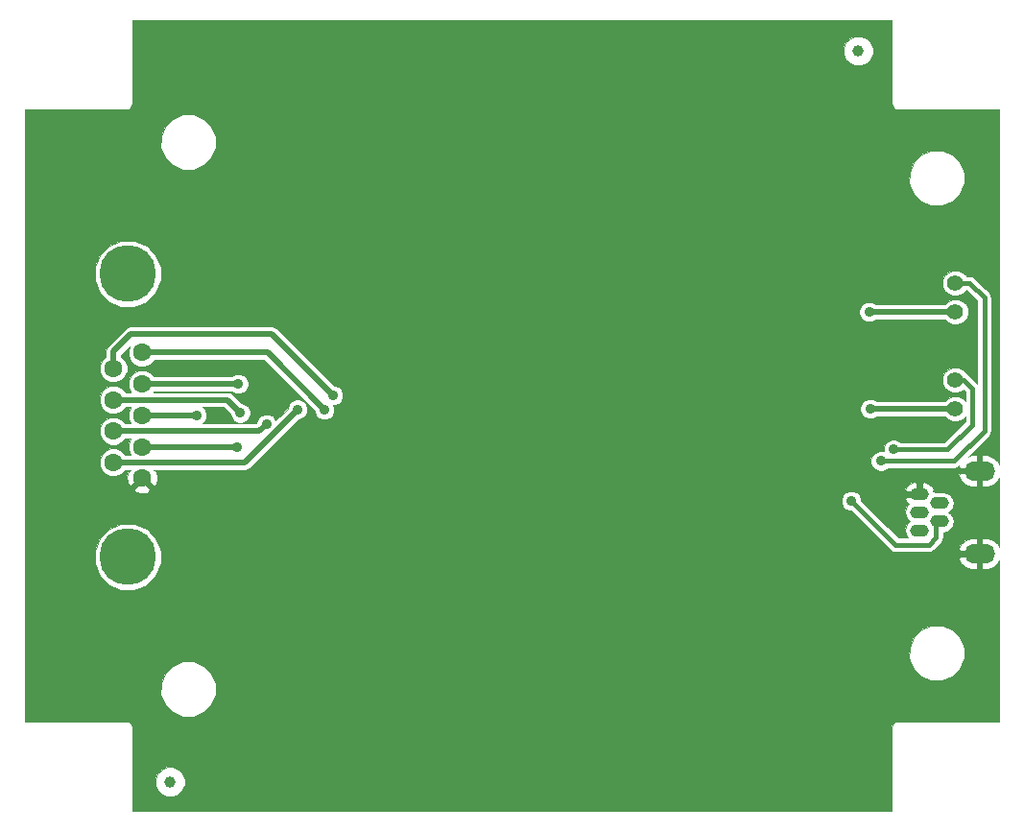
<source format=gbr>
G04 #@! TF.FileFunction,Copper,L2,Bot,Signal*
%FSLAX46Y46*%
G04 Gerber Fmt 4.6, Leading zero omitted, Abs format (unit mm)*
G04 Created by KiCad (PCBNEW no-vcs-found-product) date Thu Nov 24 16:10:56 2016*
%MOMM*%
%LPD*%
G01*
G04 APERTURE LIST*
%ADD10C,0.100000*%
%ADD11O,2.700000X1.700000*%
%ADD12O,1.650000X1.100000*%
%ADD13C,1.600000*%
%ADD14C,5.000000*%
%ADD15C,1.400000*%
%ADD16C,1.000000*%
%ADD17C,0.900000*%
%ADD18C,0.400000*%
%ADD19C,0.500000*%
%ADD20C,0.050000*%
G04 APERTURE END LIST*
D10*
D11*
X189250000Y-102904000D03*
D12*
X183925000Y-104954000D03*
X183925000Y-106554000D03*
X185675000Y-105754000D03*
X185675000Y-107354000D03*
X183925000Y-108154000D03*
D11*
X189250000Y-110204000D03*
D13*
X115370000Y-92460000D03*
X115370000Y-95230000D03*
X115370000Y-98000000D03*
X115370000Y-100770000D03*
X115370000Y-103540000D03*
X112830000Y-93845000D03*
X112830000Y-96615000D03*
X112830000Y-99385000D03*
X112830000Y-102155000D03*
D14*
X114100000Y-85505000D03*
X114100000Y-110495000D03*
D15*
X187100000Y-94881000D03*
X187100000Y-97421000D03*
X187100000Y-86328000D03*
X187100000Y-88868000D03*
D16*
X117840000Y-130330000D03*
X178550000Y-65840000D03*
D17*
X122770000Y-107300000D03*
X166520000Y-90300000D03*
X181640000Y-101010000D03*
X179590000Y-97420000D03*
X180530000Y-102030000D03*
X179490000Y-88870000D03*
X177920000Y-105550000D03*
X131450000Y-97500000D03*
X123850000Y-95230000D03*
X120190000Y-98000000D03*
X123740000Y-100840000D03*
X132210000Y-96220000D03*
X124020000Y-97780000D03*
X126330000Y-98760000D03*
X129070000Y-97480000D03*
D18*
X184200000Y-104954000D02*
X181174000Y-104954000D01*
X181174000Y-104954000D02*
X166520000Y-90300000D01*
X187821000Y-94881000D02*
X187100000Y-94881000D01*
X188610000Y-95670000D02*
X187821000Y-94881000D01*
X188610000Y-98820000D02*
X188610000Y-95670000D01*
X186420000Y-101010000D02*
X188610000Y-98820000D01*
X181640000Y-101010000D02*
X186420000Y-101010000D01*
D19*
X187100000Y-97421000D02*
X179591000Y-97421000D01*
X179591000Y-97421000D02*
X179590000Y-97420000D01*
D18*
X188358000Y-86328000D02*
X187100000Y-86328000D01*
X189660000Y-87630000D02*
X188358000Y-86328000D01*
X189660000Y-99350000D02*
X189660000Y-87630000D01*
X186980000Y-102030000D02*
X189660000Y-99350000D01*
X180530000Y-102030000D02*
X186980000Y-102030000D01*
D19*
X187100000Y-88868000D02*
X179492000Y-88868000D01*
X179492000Y-88868000D02*
X179490000Y-88870000D01*
D18*
X181800000Y-109430000D02*
X177920000Y-105550000D01*
X185400000Y-108780000D02*
X185400000Y-107354000D01*
X185400000Y-108780000D02*
X184750000Y-109430000D01*
X184750000Y-109430000D02*
X181800000Y-109430000D01*
D19*
X115370000Y-92460000D02*
X126410000Y-92460000D01*
X126410000Y-92460000D02*
X131450000Y-97500000D01*
X115370000Y-95230000D02*
X123850000Y-95230000D01*
X120190000Y-98000000D02*
X115370000Y-98000000D01*
X123670000Y-100770000D02*
X115370000Y-100770000D01*
X123740000Y-100840000D02*
X123670000Y-100770000D01*
X112830000Y-93845000D02*
X112830000Y-92380000D01*
X126820000Y-90830000D02*
X132210000Y-96220000D01*
X114380000Y-90830000D02*
X126820000Y-90830000D01*
X112830000Y-92380000D02*
X114380000Y-90830000D01*
X112830000Y-96615000D02*
X122855000Y-96615000D01*
X122855000Y-96615000D02*
X124020000Y-97780000D01*
X112830000Y-99385000D02*
X125705000Y-99385000D01*
X125705000Y-99385000D02*
X126330000Y-98760000D01*
X112830000Y-102155000D02*
X124395000Y-102155000D01*
X124395000Y-102155000D02*
X129070000Y-97480000D01*
D20*
G36*
X181500000Y-70500000D02*
X181538060Y-70691342D01*
X181646447Y-70853553D01*
X181808658Y-70961940D01*
X182000000Y-71000000D01*
X191000000Y-71000000D01*
X191000000Y-102329862D01*
X190889857Y-102087999D01*
X190490820Y-101713909D01*
X189979000Y-101521000D01*
X189479000Y-101521000D01*
X189479000Y-102675000D01*
X189499000Y-102675000D01*
X189499000Y-103133000D01*
X189479000Y-103133000D01*
X189479000Y-104287000D01*
X189979000Y-104287000D01*
X190490820Y-104094091D01*
X190889857Y-103720001D01*
X191000000Y-103478138D01*
X191000000Y-109629862D01*
X190889857Y-109387999D01*
X190490820Y-109013909D01*
X189979000Y-108821000D01*
X189479000Y-108821000D01*
X189479000Y-109975000D01*
X189499000Y-109975000D01*
X189499000Y-110433000D01*
X189479000Y-110433000D01*
X189479000Y-111587000D01*
X189979000Y-111587000D01*
X190490820Y-111394091D01*
X190889857Y-111020001D01*
X191000000Y-110778138D01*
X191000000Y-125000000D01*
X182000000Y-125000000D01*
X181808658Y-125038060D01*
X181646447Y-125146447D01*
X181538060Y-125308658D01*
X181500000Y-125500000D01*
X181500000Y-132900000D01*
X114500000Y-132900000D01*
X114500000Y-130586461D01*
X116544775Y-130586461D01*
X116741512Y-131062600D01*
X117105483Y-131427208D01*
X117581278Y-131624775D01*
X118096461Y-131625225D01*
X118572600Y-131428488D01*
X118937208Y-131064517D01*
X119134775Y-130588722D01*
X119135225Y-130073539D01*
X118938488Y-129597400D01*
X118574517Y-129232792D01*
X118098722Y-129035225D01*
X117583539Y-129034775D01*
X117107400Y-129231512D01*
X116742792Y-129595483D01*
X116545225Y-130071278D01*
X116544775Y-130586461D01*
X114500000Y-130586461D01*
X114500000Y-125500000D01*
X114461940Y-125308658D01*
X114353553Y-125146447D01*
X114191342Y-125038060D01*
X114000000Y-125000000D01*
X105000000Y-125000000D01*
X105000000Y-122610246D01*
X117004580Y-122610246D01*
X117372986Y-123501858D01*
X118054554Y-124184617D01*
X118945521Y-124554579D01*
X119910246Y-124555420D01*
X120801858Y-124187014D01*
X121484617Y-123505446D01*
X121854579Y-122614479D01*
X121855420Y-121649754D01*
X121487014Y-120758142D01*
X120805446Y-120075383D01*
X119914479Y-119705421D01*
X118949754Y-119704580D01*
X118058142Y-120072986D01*
X117375383Y-120754554D01*
X117005421Y-121645521D01*
X117004580Y-122610246D01*
X105000000Y-122610246D01*
X105000000Y-119435246D01*
X183044580Y-119435246D01*
X183412986Y-120326858D01*
X184094554Y-121009617D01*
X184985521Y-121379579D01*
X185950246Y-121380420D01*
X186841858Y-121012014D01*
X187524617Y-120330446D01*
X187894579Y-119439479D01*
X187895420Y-118474754D01*
X187527014Y-117583142D01*
X186845446Y-116900383D01*
X185954479Y-116530421D01*
X184989754Y-116529580D01*
X184098142Y-116897986D01*
X183415383Y-117579554D01*
X183045421Y-118470521D01*
X183044580Y-119435246D01*
X105000000Y-119435246D01*
X105000000Y-111074266D01*
X111174494Y-111074266D01*
X111618860Y-112149715D01*
X112440957Y-112973248D01*
X113515629Y-113419491D01*
X114679266Y-113420506D01*
X115754715Y-112976140D01*
X116578248Y-112154043D01*
X117024491Y-111079371D01*
X117024871Y-110643543D01*
X187438706Y-110643543D01*
X187610143Y-111020001D01*
X188009180Y-111394091D01*
X188521000Y-111587000D01*
X189021000Y-111587000D01*
X189021000Y-110433000D01*
X187521410Y-110433000D01*
X187438706Y-110643543D01*
X117024871Y-110643543D01*
X117025506Y-109915734D01*
X116581140Y-108840285D01*
X115759043Y-108016752D01*
X114684371Y-107570509D01*
X113520734Y-107569494D01*
X112445285Y-108013860D01*
X111621752Y-108835957D01*
X111175509Y-109910629D01*
X111174494Y-111074266D01*
X105000000Y-111074266D01*
X105000000Y-105723285D01*
X177044849Y-105723285D01*
X177177779Y-106045000D01*
X177423705Y-106291356D01*
X177745188Y-106424848D01*
X177911109Y-106424992D01*
X181358056Y-109871939D01*
X181358058Y-109871942D01*
X181560823Y-110007425D01*
X181800000Y-110055001D01*
X181800005Y-110055000D01*
X184750000Y-110055000D01*
X184989177Y-110007425D01*
X185191942Y-109871942D01*
X185299427Y-109764457D01*
X187438706Y-109764457D01*
X187521410Y-109975000D01*
X189021000Y-109975000D01*
X189021000Y-108821000D01*
X188521000Y-108821000D01*
X188009180Y-109013909D01*
X187610143Y-109387999D01*
X187438706Y-109764457D01*
X185299427Y-109764457D01*
X185841942Y-109221942D01*
X185977425Y-109019177D01*
X186025001Y-108780000D01*
X186025000Y-108779995D01*
X186025000Y-108318953D01*
X186347605Y-108254783D01*
X186663918Y-108043429D01*
X186875272Y-107727116D01*
X186949489Y-107354000D01*
X186875272Y-106980884D01*
X186663918Y-106664571D01*
X186498437Y-106554000D01*
X186663918Y-106443429D01*
X186875272Y-106127116D01*
X186949489Y-105754000D01*
X186875272Y-105380884D01*
X186663918Y-105064571D01*
X186347605Y-104853217D01*
X185974489Y-104779000D01*
X185375511Y-104779000D01*
X185283000Y-104797401D01*
X185283000Y-104724998D01*
X185121730Y-104724998D01*
X185209656Y-104562232D01*
X185053049Y-104277364D01*
X184729177Y-104002422D01*
X184324743Y-103872349D01*
X184154000Y-103999402D01*
X184154000Y-104725000D01*
X184174000Y-104725000D01*
X184174000Y-105183000D01*
X184154000Y-105183000D01*
X184154000Y-105203000D01*
X183696000Y-105203000D01*
X183696000Y-105183000D01*
X182728271Y-105183000D01*
X182640344Y-105345768D01*
X182796951Y-105630636D01*
X183012427Y-105813559D01*
X182936082Y-105864571D01*
X182724728Y-106180884D01*
X182650511Y-106554000D01*
X182724728Y-106927116D01*
X182936082Y-107243429D01*
X183101563Y-107354000D01*
X182936082Y-107464571D01*
X182724728Y-107780884D01*
X182650511Y-108154000D01*
X182724728Y-108527116D01*
X182910405Y-108805000D01*
X182058883Y-108805000D01*
X178795008Y-105541124D01*
X178795151Y-105376715D01*
X178662221Y-105055000D01*
X178416295Y-104808644D01*
X178094812Y-104675152D01*
X177746715Y-104674849D01*
X177425000Y-104807779D01*
X177178644Y-105053705D01*
X177045152Y-105375188D01*
X177044849Y-105723285D01*
X105000000Y-105723285D01*
X105000000Y-104553486D01*
X114680369Y-104553486D01*
X114767818Y-104758430D01*
X115279929Y-104896128D01*
X115805752Y-104827368D01*
X115972182Y-104758430D01*
X116055899Y-104562232D01*
X182640344Y-104562232D01*
X182728271Y-104725000D01*
X183696000Y-104725000D01*
X183696000Y-103999402D01*
X183525257Y-103872349D01*
X183120823Y-104002422D01*
X182796951Y-104277364D01*
X182640344Y-104562232D01*
X116055899Y-104562232D01*
X116059631Y-104553486D01*
X115370000Y-103863855D01*
X114680369Y-104553486D01*
X105000000Y-104553486D01*
X105000000Y-96857599D01*
X111604788Y-96857599D01*
X111790890Y-97308000D01*
X112135187Y-97652899D01*
X112585263Y-97839787D01*
X113072599Y-97840212D01*
X113523000Y-97654110D01*
X113867899Y-97309813D01*
X113876126Y-97290000D01*
X114347315Y-97290000D01*
X114332101Y-97305187D01*
X114145213Y-97755263D01*
X114144788Y-98242599D01*
X114330890Y-98693000D01*
X114347860Y-98710000D01*
X113876547Y-98710000D01*
X113869110Y-98692000D01*
X113524813Y-98347101D01*
X113074737Y-98160213D01*
X112587401Y-98159788D01*
X112137000Y-98345890D01*
X111792101Y-98690187D01*
X111605213Y-99140263D01*
X111604788Y-99627599D01*
X111790890Y-100078000D01*
X112135187Y-100422899D01*
X112585263Y-100609787D01*
X113072599Y-100610212D01*
X113523000Y-100424110D01*
X113867899Y-100079813D01*
X113876126Y-100060000D01*
X114347315Y-100060000D01*
X114332101Y-100075187D01*
X114145213Y-100525263D01*
X114144788Y-101012599D01*
X114330890Y-101463000D01*
X114347860Y-101480000D01*
X113876547Y-101480000D01*
X113869110Y-101462000D01*
X113524813Y-101117101D01*
X113074737Y-100930213D01*
X112587401Y-100929788D01*
X112137000Y-101115890D01*
X111792101Y-101460187D01*
X111605213Y-101910263D01*
X111604788Y-102397599D01*
X111790890Y-102848000D01*
X112135187Y-103192899D01*
X112585263Y-103379787D01*
X113072599Y-103380212D01*
X113523000Y-103194110D01*
X113867899Y-102849813D01*
X113876126Y-102830000D01*
X114336142Y-102830000D01*
X114356512Y-102850370D01*
X114151570Y-102937818D01*
X114013872Y-103449929D01*
X114082632Y-103975752D01*
X114151570Y-104142182D01*
X114356514Y-104229631D01*
X115046145Y-103540000D01*
X115032003Y-103525858D01*
X115355858Y-103202003D01*
X115370000Y-103216145D01*
X115384142Y-103202003D01*
X115707997Y-103525858D01*
X115693855Y-103540000D01*
X116383486Y-104229631D01*
X116588430Y-104142182D01*
X116726128Y-103630071D01*
X116688660Y-103343543D01*
X187438706Y-103343543D01*
X187610143Y-103720001D01*
X188009180Y-104094091D01*
X188521000Y-104287000D01*
X189021000Y-104287000D01*
X189021000Y-103133000D01*
X187521410Y-103133000D01*
X187438706Y-103343543D01*
X116688660Y-103343543D01*
X116657368Y-103104248D01*
X116588430Y-102937818D01*
X116383488Y-102850370D01*
X116403858Y-102830000D01*
X124395000Y-102830000D01*
X124653312Y-102778619D01*
X124872297Y-102632297D01*
X129149525Y-98355069D01*
X129243285Y-98355151D01*
X129565000Y-98222221D01*
X129811356Y-97976295D01*
X129944848Y-97654812D01*
X129945151Y-97306715D01*
X129812221Y-96985000D01*
X129566295Y-96738644D01*
X129244812Y-96605152D01*
X128896715Y-96604849D01*
X128575000Y-96737779D01*
X128328644Y-96983705D01*
X128195152Y-97305188D01*
X128195069Y-97400337D01*
X127147710Y-98447696D01*
X127072221Y-98265000D01*
X126826295Y-98018644D01*
X126504812Y-97885152D01*
X126156715Y-97884849D01*
X125835000Y-98017779D01*
X125588644Y-98263705D01*
X125455152Y-98585188D01*
X125455069Y-98680337D01*
X125425406Y-98710000D01*
X120717277Y-98710000D01*
X120931356Y-98496295D01*
X121064848Y-98174812D01*
X121065151Y-97826715D01*
X120932221Y-97505000D01*
X120717596Y-97290000D01*
X122575406Y-97290000D01*
X123144931Y-97859525D01*
X123144849Y-97953285D01*
X123277779Y-98275000D01*
X123523705Y-98521356D01*
X123845188Y-98654848D01*
X124193285Y-98655151D01*
X124515000Y-98522221D01*
X124761356Y-98276295D01*
X124894848Y-97954812D01*
X124895151Y-97606715D01*
X124762221Y-97285000D01*
X124516295Y-97038644D01*
X124194812Y-96905152D01*
X124099663Y-96905069D01*
X123332297Y-96137703D01*
X123113312Y-95991381D01*
X122855000Y-95940000D01*
X116392685Y-95940000D01*
X116407899Y-95924813D01*
X116416126Y-95905000D01*
X123287465Y-95905000D01*
X123353705Y-95971356D01*
X123675188Y-96104848D01*
X124023285Y-96105151D01*
X124345000Y-95972221D01*
X124591356Y-95726295D01*
X124724848Y-95404812D01*
X124725151Y-95056715D01*
X124592221Y-94735000D01*
X124346295Y-94488644D01*
X124024812Y-94355152D01*
X123676715Y-94354849D01*
X123355000Y-94487779D01*
X123287661Y-94555000D01*
X116416547Y-94555000D01*
X116409110Y-94537000D01*
X116064813Y-94192101D01*
X115614737Y-94005213D01*
X115127401Y-94004788D01*
X114677000Y-94190890D01*
X114332101Y-94535187D01*
X114145213Y-94985263D01*
X114144788Y-95472599D01*
X114330890Y-95923000D01*
X114347860Y-95940000D01*
X113876547Y-95940000D01*
X113869110Y-95922000D01*
X113524813Y-95577101D01*
X113074737Y-95390213D01*
X112587401Y-95389788D01*
X112137000Y-95575890D01*
X111792101Y-95920187D01*
X111605213Y-96370263D01*
X111604788Y-96857599D01*
X105000000Y-96857599D01*
X105000000Y-94087599D01*
X111604788Y-94087599D01*
X111790890Y-94538000D01*
X112135187Y-94882899D01*
X112585263Y-95069787D01*
X113072599Y-95070212D01*
X113523000Y-94884110D01*
X113867899Y-94539813D01*
X114054787Y-94089737D01*
X114055212Y-93602401D01*
X113869110Y-93152000D01*
X113524813Y-92807101D01*
X113505000Y-92798874D01*
X113505000Y-92659594D01*
X114284307Y-91880287D01*
X114145213Y-92215263D01*
X114144788Y-92702599D01*
X114330890Y-93153000D01*
X114675187Y-93497899D01*
X115125263Y-93684787D01*
X115612599Y-93685212D01*
X116063000Y-93499110D01*
X116407899Y-93154813D01*
X116416126Y-93135000D01*
X126130406Y-93135000D01*
X130574931Y-97579525D01*
X130574849Y-97673285D01*
X130707779Y-97995000D01*
X130953705Y-98241356D01*
X131275188Y-98374848D01*
X131623285Y-98375151D01*
X131945000Y-98242221D01*
X132191356Y-97996295D01*
X132324848Y-97674812D01*
X132324918Y-97593285D01*
X178714849Y-97593285D01*
X178847779Y-97915000D01*
X179093705Y-98161356D01*
X179415188Y-98294848D01*
X179763285Y-98295151D01*
X180085000Y-98162221D01*
X180151337Y-98096000D01*
X186184219Y-98096000D01*
X186461907Y-98374172D01*
X186875242Y-98545804D01*
X187322795Y-98546195D01*
X187736429Y-98375285D01*
X187985000Y-98127146D01*
X187985000Y-98561116D01*
X186161116Y-100385000D01*
X182252448Y-100385000D01*
X182136295Y-100268644D01*
X181814812Y-100135152D01*
X181466715Y-100134849D01*
X181145000Y-100267779D01*
X180898644Y-100513705D01*
X180765152Y-100835188D01*
X180764852Y-101180083D01*
X180704812Y-101155152D01*
X180356715Y-101154849D01*
X180035000Y-101287779D01*
X179788644Y-101533705D01*
X179655152Y-101855188D01*
X179654849Y-102203285D01*
X179787779Y-102525000D01*
X180033705Y-102771356D01*
X180355188Y-102904848D01*
X180703285Y-102905151D01*
X181025000Y-102772221D01*
X181142426Y-102655000D01*
X186980000Y-102655000D01*
X187219177Y-102607425D01*
X187421942Y-102471942D01*
X187446465Y-102447419D01*
X187438706Y-102464457D01*
X187521410Y-102675000D01*
X189021000Y-102675000D01*
X189021000Y-101521000D01*
X188521000Y-101521000D01*
X188283288Y-101610595D01*
X190101939Y-99791944D01*
X190101942Y-99791942D01*
X190201254Y-99643311D01*
X190237425Y-99589178D01*
X190285000Y-99350000D01*
X190285000Y-87630000D01*
X190237425Y-87390823D01*
X190101942Y-87188058D01*
X188799942Y-85886058D01*
X188597177Y-85750575D01*
X188358000Y-85703000D01*
X188059007Y-85703000D01*
X188054285Y-85691571D01*
X187738093Y-85374828D01*
X187324758Y-85203196D01*
X186877205Y-85202805D01*
X186463571Y-85373715D01*
X186146828Y-85689907D01*
X185975196Y-86103242D01*
X185974805Y-86550795D01*
X186145715Y-86964429D01*
X186461907Y-87281172D01*
X186875242Y-87452804D01*
X187322795Y-87453195D01*
X187736429Y-87282285D01*
X188053172Y-86966093D01*
X188058609Y-86953000D01*
X188099116Y-86953000D01*
X189035000Y-87888884D01*
X189035000Y-95211117D01*
X188262942Y-94439058D01*
X188085716Y-94320639D01*
X188054285Y-94244571D01*
X187738093Y-93927828D01*
X187324758Y-93756196D01*
X186877205Y-93755805D01*
X186463571Y-93926715D01*
X186146828Y-94242907D01*
X185975196Y-94656242D01*
X185974805Y-95103795D01*
X186145715Y-95517429D01*
X186461907Y-95834172D01*
X186875242Y-96005804D01*
X187322795Y-96006195D01*
X187736429Y-95835285D01*
X187813983Y-95757866D01*
X187985000Y-95928883D01*
X187985000Y-96715165D01*
X187738093Y-96467828D01*
X187324758Y-96296196D01*
X186877205Y-96295805D01*
X186463571Y-96466715D01*
X186183799Y-96746000D01*
X180153533Y-96746000D01*
X180086295Y-96678644D01*
X179764812Y-96545152D01*
X179416715Y-96544849D01*
X179095000Y-96677779D01*
X178848644Y-96923705D01*
X178715152Y-97245188D01*
X178714849Y-97593285D01*
X132324918Y-97593285D01*
X132325151Y-97326715D01*
X132229415Y-97095017D01*
X132383285Y-97095151D01*
X132705000Y-96962221D01*
X132951356Y-96716295D01*
X133084848Y-96394812D01*
X133085151Y-96046715D01*
X132952221Y-95725000D01*
X132706295Y-95478644D01*
X132384812Y-95345152D01*
X132289663Y-95345069D01*
X127297297Y-90352703D01*
X127078312Y-90206381D01*
X126820000Y-90155000D01*
X114380000Y-90155000D01*
X114121688Y-90206381D01*
X113902703Y-90352703D01*
X112352703Y-91902703D01*
X112206381Y-92121688D01*
X112206381Y-92121689D01*
X112155000Y-92380000D01*
X112155000Y-92798453D01*
X112137000Y-92805890D01*
X111792101Y-93150187D01*
X111605213Y-93600263D01*
X111604788Y-94087599D01*
X105000000Y-94087599D01*
X105000000Y-89043285D01*
X178614849Y-89043285D01*
X178747779Y-89365000D01*
X178993705Y-89611356D01*
X179315188Y-89744848D01*
X179663285Y-89745151D01*
X179985000Y-89612221D01*
X180054342Y-89543000D01*
X186184219Y-89543000D01*
X186461907Y-89821172D01*
X186875242Y-89992804D01*
X187322795Y-89993195D01*
X187736429Y-89822285D01*
X188053172Y-89506093D01*
X188224804Y-89092758D01*
X188225195Y-88645205D01*
X188054285Y-88231571D01*
X187738093Y-87914828D01*
X187324758Y-87743196D01*
X186877205Y-87742805D01*
X186463571Y-87913715D01*
X186183799Y-88193000D01*
X180050539Y-88193000D01*
X179986295Y-88128644D01*
X179664812Y-87995152D01*
X179316715Y-87994849D01*
X178995000Y-88127779D01*
X178748644Y-88373705D01*
X178615152Y-88695188D01*
X178614849Y-89043285D01*
X105000000Y-89043285D01*
X105000000Y-86084266D01*
X111174494Y-86084266D01*
X111618860Y-87159715D01*
X112440957Y-87983248D01*
X113515629Y-88429491D01*
X114679266Y-88430506D01*
X115754715Y-87986140D01*
X116578248Y-87164043D01*
X117024491Y-86089371D01*
X117025506Y-84925734D01*
X116581140Y-83850285D01*
X115759043Y-83026752D01*
X114684371Y-82580509D01*
X113520734Y-82579494D01*
X112445285Y-83023860D01*
X111621752Y-83845957D01*
X111175509Y-84920629D01*
X111174494Y-86084266D01*
X105000000Y-86084266D01*
X105000000Y-77525246D01*
X183044580Y-77525246D01*
X183412986Y-78416858D01*
X184094554Y-79099617D01*
X184985521Y-79469579D01*
X185950246Y-79470420D01*
X186841858Y-79102014D01*
X187524617Y-78420446D01*
X187894579Y-77529479D01*
X187895420Y-76564754D01*
X187527014Y-75673142D01*
X186845446Y-74990383D01*
X185954479Y-74620421D01*
X184989754Y-74619580D01*
X184098142Y-74987986D01*
X183415383Y-75669554D01*
X183045421Y-76560521D01*
X183044580Y-77525246D01*
X105000000Y-77525246D01*
X105000000Y-74350246D01*
X117004580Y-74350246D01*
X117372986Y-75241858D01*
X118054554Y-75924617D01*
X118945521Y-76294579D01*
X119910246Y-76295420D01*
X120801858Y-75927014D01*
X121484617Y-75245446D01*
X121854579Y-74354479D01*
X121855420Y-73389754D01*
X121487014Y-72498142D01*
X120805446Y-71815383D01*
X119914479Y-71445421D01*
X118949754Y-71444580D01*
X118058142Y-71812986D01*
X117375383Y-72494554D01*
X117005421Y-73385521D01*
X117004580Y-74350246D01*
X105000000Y-74350246D01*
X105000000Y-71000000D01*
X114000000Y-71000000D01*
X114191342Y-70961940D01*
X114353553Y-70853553D01*
X114461940Y-70691342D01*
X114500000Y-70500000D01*
X114500000Y-66096461D01*
X177254775Y-66096461D01*
X177451512Y-66572600D01*
X177815483Y-66937208D01*
X178291278Y-67134775D01*
X178806461Y-67135225D01*
X179282600Y-66938488D01*
X179647208Y-66574517D01*
X179844775Y-66098722D01*
X179845225Y-65583539D01*
X179648488Y-65107400D01*
X179284517Y-64742792D01*
X178808722Y-64545225D01*
X178293539Y-64544775D01*
X177817400Y-64741512D01*
X177452792Y-65105483D01*
X177255225Y-65581278D01*
X177254775Y-66096461D01*
X114500000Y-66096461D01*
X114500000Y-63100000D01*
X181500000Y-63100000D01*
X181500000Y-70500000D01*
X181500000Y-70500000D01*
G37*
X181500000Y-70500000D02*
X181538060Y-70691342D01*
X181646447Y-70853553D01*
X181808658Y-70961940D01*
X182000000Y-71000000D01*
X191000000Y-71000000D01*
X191000000Y-102329862D01*
X190889857Y-102087999D01*
X190490820Y-101713909D01*
X189979000Y-101521000D01*
X189479000Y-101521000D01*
X189479000Y-102675000D01*
X189499000Y-102675000D01*
X189499000Y-103133000D01*
X189479000Y-103133000D01*
X189479000Y-104287000D01*
X189979000Y-104287000D01*
X190490820Y-104094091D01*
X190889857Y-103720001D01*
X191000000Y-103478138D01*
X191000000Y-109629862D01*
X190889857Y-109387999D01*
X190490820Y-109013909D01*
X189979000Y-108821000D01*
X189479000Y-108821000D01*
X189479000Y-109975000D01*
X189499000Y-109975000D01*
X189499000Y-110433000D01*
X189479000Y-110433000D01*
X189479000Y-111587000D01*
X189979000Y-111587000D01*
X190490820Y-111394091D01*
X190889857Y-111020001D01*
X191000000Y-110778138D01*
X191000000Y-125000000D01*
X182000000Y-125000000D01*
X181808658Y-125038060D01*
X181646447Y-125146447D01*
X181538060Y-125308658D01*
X181500000Y-125500000D01*
X181500000Y-132900000D01*
X114500000Y-132900000D01*
X114500000Y-130586461D01*
X116544775Y-130586461D01*
X116741512Y-131062600D01*
X117105483Y-131427208D01*
X117581278Y-131624775D01*
X118096461Y-131625225D01*
X118572600Y-131428488D01*
X118937208Y-131064517D01*
X119134775Y-130588722D01*
X119135225Y-130073539D01*
X118938488Y-129597400D01*
X118574517Y-129232792D01*
X118098722Y-129035225D01*
X117583539Y-129034775D01*
X117107400Y-129231512D01*
X116742792Y-129595483D01*
X116545225Y-130071278D01*
X116544775Y-130586461D01*
X114500000Y-130586461D01*
X114500000Y-125500000D01*
X114461940Y-125308658D01*
X114353553Y-125146447D01*
X114191342Y-125038060D01*
X114000000Y-125000000D01*
X105000000Y-125000000D01*
X105000000Y-122610246D01*
X117004580Y-122610246D01*
X117372986Y-123501858D01*
X118054554Y-124184617D01*
X118945521Y-124554579D01*
X119910246Y-124555420D01*
X120801858Y-124187014D01*
X121484617Y-123505446D01*
X121854579Y-122614479D01*
X121855420Y-121649754D01*
X121487014Y-120758142D01*
X120805446Y-120075383D01*
X119914479Y-119705421D01*
X118949754Y-119704580D01*
X118058142Y-120072986D01*
X117375383Y-120754554D01*
X117005421Y-121645521D01*
X117004580Y-122610246D01*
X105000000Y-122610246D01*
X105000000Y-119435246D01*
X183044580Y-119435246D01*
X183412986Y-120326858D01*
X184094554Y-121009617D01*
X184985521Y-121379579D01*
X185950246Y-121380420D01*
X186841858Y-121012014D01*
X187524617Y-120330446D01*
X187894579Y-119439479D01*
X187895420Y-118474754D01*
X187527014Y-117583142D01*
X186845446Y-116900383D01*
X185954479Y-116530421D01*
X184989754Y-116529580D01*
X184098142Y-116897986D01*
X183415383Y-117579554D01*
X183045421Y-118470521D01*
X183044580Y-119435246D01*
X105000000Y-119435246D01*
X105000000Y-111074266D01*
X111174494Y-111074266D01*
X111618860Y-112149715D01*
X112440957Y-112973248D01*
X113515629Y-113419491D01*
X114679266Y-113420506D01*
X115754715Y-112976140D01*
X116578248Y-112154043D01*
X117024491Y-111079371D01*
X117024871Y-110643543D01*
X187438706Y-110643543D01*
X187610143Y-111020001D01*
X188009180Y-111394091D01*
X188521000Y-111587000D01*
X189021000Y-111587000D01*
X189021000Y-110433000D01*
X187521410Y-110433000D01*
X187438706Y-110643543D01*
X117024871Y-110643543D01*
X117025506Y-109915734D01*
X116581140Y-108840285D01*
X115759043Y-108016752D01*
X114684371Y-107570509D01*
X113520734Y-107569494D01*
X112445285Y-108013860D01*
X111621752Y-108835957D01*
X111175509Y-109910629D01*
X111174494Y-111074266D01*
X105000000Y-111074266D01*
X105000000Y-105723285D01*
X177044849Y-105723285D01*
X177177779Y-106045000D01*
X177423705Y-106291356D01*
X177745188Y-106424848D01*
X177911109Y-106424992D01*
X181358056Y-109871939D01*
X181358058Y-109871942D01*
X181560823Y-110007425D01*
X181800000Y-110055001D01*
X181800005Y-110055000D01*
X184750000Y-110055000D01*
X184989177Y-110007425D01*
X185191942Y-109871942D01*
X185299427Y-109764457D01*
X187438706Y-109764457D01*
X187521410Y-109975000D01*
X189021000Y-109975000D01*
X189021000Y-108821000D01*
X188521000Y-108821000D01*
X188009180Y-109013909D01*
X187610143Y-109387999D01*
X187438706Y-109764457D01*
X185299427Y-109764457D01*
X185841942Y-109221942D01*
X185977425Y-109019177D01*
X186025001Y-108780000D01*
X186025000Y-108779995D01*
X186025000Y-108318953D01*
X186347605Y-108254783D01*
X186663918Y-108043429D01*
X186875272Y-107727116D01*
X186949489Y-107354000D01*
X186875272Y-106980884D01*
X186663918Y-106664571D01*
X186498437Y-106554000D01*
X186663918Y-106443429D01*
X186875272Y-106127116D01*
X186949489Y-105754000D01*
X186875272Y-105380884D01*
X186663918Y-105064571D01*
X186347605Y-104853217D01*
X185974489Y-104779000D01*
X185375511Y-104779000D01*
X185283000Y-104797401D01*
X185283000Y-104724998D01*
X185121730Y-104724998D01*
X185209656Y-104562232D01*
X185053049Y-104277364D01*
X184729177Y-104002422D01*
X184324743Y-103872349D01*
X184154000Y-103999402D01*
X184154000Y-104725000D01*
X184174000Y-104725000D01*
X184174000Y-105183000D01*
X184154000Y-105183000D01*
X184154000Y-105203000D01*
X183696000Y-105203000D01*
X183696000Y-105183000D01*
X182728271Y-105183000D01*
X182640344Y-105345768D01*
X182796951Y-105630636D01*
X183012427Y-105813559D01*
X182936082Y-105864571D01*
X182724728Y-106180884D01*
X182650511Y-106554000D01*
X182724728Y-106927116D01*
X182936082Y-107243429D01*
X183101563Y-107354000D01*
X182936082Y-107464571D01*
X182724728Y-107780884D01*
X182650511Y-108154000D01*
X182724728Y-108527116D01*
X182910405Y-108805000D01*
X182058883Y-108805000D01*
X178795008Y-105541124D01*
X178795151Y-105376715D01*
X178662221Y-105055000D01*
X178416295Y-104808644D01*
X178094812Y-104675152D01*
X177746715Y-104674849D01*
X177425000Y-104807779D01*
X177178644Y-105053705D01*
X177045152Y-105375188D01*
X177044849Y-105723285D01*
X105000000Y-105723285D01*
X105000000Y-104553486D01*
X114680369Y-104553486D01*
X114767818Y-104758430D01*
X115279929Y-104896128D01*
X115805752Y-104827368D01*
X115972182Y-104758430D01*
X116055899Y-104562232D01*
X182640344Y-104562232D01*
X182728271Y-104725000D01*
X183696000Y-104725000D01*
X183696000Y-103999402D01*
X183525257Y-103872349D01*
X183120823Y-104002422D01*
X182796951Y-104277364D01*
X182640344Y-104562232D01*
X116055899Y-104562232D01*
X116059631Y-104553486D01*
X115370000Y-103863855D01*
X114680369Y-104553486D01*
X105000000Y-104553486D01*
X105000000Y-96857599D01*
X111604788Y-96857599D01*
X111790890Y-97308000D01*
X112135187Y-97652899D01*
X112585263Y-97839787D01*
X113072599Y-97840212D01*
X113523000Y-97654110D01*
X113867899Y-97309813D01*
X113876126Y-97290000D01*
X114347315Y-97290000D01*
X114332101Y-97305187D01*
X114145213Y-97755263D01*
X114144788Y-98242599D01*
X114330890Y-98693000D01*
X114347860Y-98710000D01*
X113876547Y-98710000D01*
X113869110Y-98692000D01*
X113524813Y-98347101D01*
X113074737Y-98160213D01*
X112587401Y-98159788D01*
X112137000Y-98345890D01*
X111792101Y-98690187D01*
X111605213Y-99140263D01*
X111604788Y-99627599D01*
X111790890Y-100078000D01*
X112135187Y-100422899D01*
X112585263Y-100609787D01*
X113072599Y-100610212D01*
X113523000Y-100424110D01*
X113867899Y-100079813D01*
X113876126Y-100060000D01*
X114347315Y-100060000D01*
X114332101Y-100075187D01*
X114145213Y-100525263D01*
X114144788Y-101012599D01*
X114330890Y-101463000D01*
X114347860Y-101480000D01*
X113876547Y-101480000D01*
X113869110Y-101462000D01*
X113524813Y-101117101D01*
X113074737Y-100930213D01*
X112587401Y-100929788D01*
X112137000Y-101115890D01*
X111792101Y-101460187D01*
X111605213Y-101910263D01*
X111604788Y-102397599D01*
X111790890Y-102848000D01*
X112135187Y-103192899D01*
X112585263Y-103379787D01*
X113072599Y-103380212D01*
X113523000Y-103194110D01*
X113867899Y-102849813D01*
X113876126Y-102830000D01*
X114336142Y-102830000D01*
X114356512Y-102850370D01*
X114151570Y-102937818D01*
X114013872Y-103449929D01*
X114082632Y-103975752D01*
X114151570Y-104142182D01*
X114356514Y-104229631D01*
X115046145Y-103540000D01*
X115032003Y-103525858D01*
X115355858Y-103202003D01*
X115370000Y-103216145D01*
X115384142Y-103202003D01*
X115707997Y-103525858D01*
X115693855Y-103540000D01*
X116383486Y-104229631D01*
X116588430Y-104142182D01*
X116726128Y-103630071D01*
X116688660Y-103343543D01*
X187438706Y-103343543D01*
X187610143Y-103720001D01*
X188009180Y-104094091D01*
X188521000Y-104287000D01*
X189021000Y-104287000D01*
X189021000Y-103133000D01*
X187521410Y-103133000D01*
X187438706Y-103343543D01*
X116688660Y-103343543D01*
X116657368Y-103104248D01*
X116588430Y-102937818D01*
X116383488Y-102850370D01*
X116403858Y-102830000D01*
X124395000Y-102830000D01*
X124653312Y-102778619D01*
X124872297Y-102632297D01*
X129149525Y-98355069D01*
X129243285Y-98355151D01*
X129565000Y-98222221D01*
X129811356Y-97976295D01*
X129944848Y-97654812D01*
X129945151Y-97306715D01*
X129812221Y-96985000D01*
X129566295Y-96738644D01*
X129244812Y-96605152D01*
X128896715Y-96604849D01*
X128575000Y-96737779D01*
X128328644Y-96983705D01*
X128195152Y-97305188D01*
X128195069Y-97400337D01*
X127147710Y-98447696D01*
X127072221Y-98265000D01*
X126826295Y-98018644D01*
X126504812Y-97885152D01*
X126156715Y-97884849D01*
X125835000Y-98017779D01*
X125588644Y-98263705D01*
X125455152Y-98585188D01*
X125455069Y-98680337D01*
X125425406Y-98710000D01*
X120717277Y-98710000D01*
X120931356Y-98496295D01*
X121064848Y-98174812D01*
X121065151Y-97826715D01*
X120932221Y-97505000D01*
X120717596Y-97290000D01*
X122575406Y-97290000D01*
X123144931Y-97859525D01*
X123144849Y-97953285D01*
X123277779Y-98275000D01*
X123523705Y-98521356D01*
X123845188Y-98654848D01*
X124193285Y-98655151D01*
X124515000Y-98522221D01*
X124761356Y-98276295D01*
X124894848Y-97954812D01*
X124895151Y-97606715D01*
X124762221Y-97285000D01*
X124516295Y-97038644D01*
X124194812Y-96905152D01*
X124099663Y-96905069D01*
X123332297Y-96137703D01*
X123113312Y-95991381D01*
X122855000Y-95940000D01*
X116392685Y-95940000D01*
X116407899Y-95924813D01*
X116416126Y-95905000D01*
X123287465Y-95905000D01*
X123353705Y-95971356D01*
X123675188Y-96104848D01*
X124023285Y-96105151D01*
X124345000Y-95972221D01*
X124591356Y-95726295D01*
X124724848Y-95404812D01*
X124725151Y-95056715D01*
X124592221Y-94735000D01*
X124346295Y-94488644D01*
X124024812Y-94355152D01*
X123676715Y-94354849D01*
X123355000Y-94487779D01*
X123287661Y-94555000D01*
X116416547Y-94555000D01*
X116409110Y-94537000D01*
X116064813Y-94192101D01*
X115614737Y-94005213D01*
X115127401Y-94004788D01*
X114677000Y-94190890D01*
X114332101Y-94535187D01*
X114145213Y-94985263D01*
X114144788Y-95472599D01*
X114330890Y-95923000D01*
X114347860Y-95940000D01*
X113876547Y-95940000D01*
X113869110Y-95922000D01*
X113524813Y-95577101D01*
X113074737Y-95390213D01*
X112587401Y-95389788D01*
X112137000Y-95575890D01*
X111792101Y-95920187D01*
X111605213Y-96370263D01*
X111604788Y-96857599D01*
X105000000Y-96857599D01*
X105000000Y-94087599D01*
X111604788Y-94087599D01*
X111790890Y-94538000D01*
X112135187Y-94882899D01*
X112585263Y-95069787D01*
X113072599Y-95070212D01*
X113523000Y-94884110D01*
X113867899Y-94539813D01*
X114054787Y-94089737D01*
X114055212Y-93602401D01*
X113869110Y-93152000D01*
X113524813Y-92807101D01*
X113505000Y-92798874D01*
X113505000Y-92659594D01*
X114284307Y-91880287D01*
X114145213Y-92215263D01*
X114144788Y-92702599D01*
X114330890Y-93153000D01*
X114675187Y-93497899D01*
X115125263Y-93684787D01*
X115612599Y-93685212D01*
X116063000Y-93499110D01*
X116407899Y-93154813D01*
X116416126Y-93135000D01*
X126130406Y-93135000D01*
X130574931Y-97579525D01*
X130574849Y-97673285D01*
X130707779Y-97995000D01*
X130953705Y-98241356D01*
X131275188Y-98374848D01*
X131623285Y-98375151D01*
X131945000Y-98242221D01*
X132191356Y-97996295D01*
X132324848Y-97674812D01*
X132324918Y-97593285D01*
X178714849Y-97593285D01*
X178847779Y-97915000D01*
X179093705Y-98161356D01*
X179415188Y-98294848D01*
X179763285Y-98295151D01*
X180085000Y-98162221D01*
X180151337Y-98096000D01*
X186184219Y-98096000D01*
X186461907Y-98374172D01*
X186875242Y-98545804D01*
X187322795Y-98546195D01*
X187736429Y-98375285D01*
X187985000Y-98127146D01*
X187985000Y-98561116D01*
X186161116Y-100385000D01*
X182252448Y-100385000D01*
X182136295Y-100268644D01*
X181814812Y-100135152D01*
X181466715Y-100134849D01*
X181145000Y-100267779D01*
X180898644Y-100513705D01*
X180765152Y-100835188D01*
X180764852Y-101180083D01*
X180704812Y-101155152D01*
X180356715Y-101154849D01*
X180035000Y-101287779D01*
X179788644Y-101533705D01*
X179655152Y-101855188D01*
X179654849Y-102203285D01*
X179787779Y-102525000D01*
X180033705Y-102771356D01*
X180355188Y-102904848D01*
X180703285Y-102905151D01*
X181025000Y-102772221D01*
X181142426Y-102655000D01*
X186980000Y-102655000D01*
X187219177Y-102607425D01*
X187421942Y-102471942D01*
X187446465Y-102447419D01*
X187438706Y-102464457D01*
X187521410Y-102675000D01*
X189021000Y-102675000D01*
X189021000Y-101521000D01*
X188521000Y-101521000D01*
X188283288Y-101610595D01*
X190101939Y-99791944D01*
X190101942Y-99791942D01*
X190201254Y-99643311D01*
X190237425Y-99589178D01*
X190285000Y-99350000D01*
X190285000Y-87630000D01*
X190237425Y-87390823D01*
X190101942Y-87188058D01*
X188799942Y-85886058D01*
X188597177Y-85750575D01*
X188358000Y-85703000D01*
X188059007Y-85703000D01*
X188054285Y-85691571D01*
X187738093Y-85374828D01*
X187324758Y-85203196D01*
X186877205Y-85202805D01*
X186463571Y-85373715D01*
X186146828Y-85689907D01*
X185975196Y-86103242D01*
X185974805Y-86550795D01*
X186145715Y-86964429D01*
X186461907Y-87281172D01*
X186875242Y-87452804D01*
X187322795Y-87453195D01*
X187736429Y-87282285D01*
X188053172Y-86966093D01*
X188058609Y-86953000D01*
X188099116Y-86953000D01*
X189035000Y-87888884D01*
X189035000Y-95211117D01*
X188262942Y-94439058D01*
X188085716Y-94320639D01*
X188054285Y-94244571D01*
X187738093Y-93927828D01*
X187324758Y-93756196D01*
X186877205Y-93755805D01*
X186463571Y-93926715D01*
X186146828Y-94242907D01*
X185975196Y-94656242D01*
X185974805Y-95103795D01*
X186145715Y-95517429D01*
X186461907Y-95834172D01*
X186875242Y-96005804D01*
X187322795Y-96006195D01*
X187736429Y-95835285D01*
X187813983Y-95757866D01*
X187985000Y-95928883D01*
X187985000Y-96715165D01*
X187738093Y-96467828D01*
X187324758Y-96296196D01*
X186877205Y-96295805D01*
X186463571Y-96466715D01*
X186183799Y-96746000D01*
X180153533Y-96746000D01*
X180086295Y-96678644D01*
X179764812Y-96545152D01*
X179416715Y-96544849D01*
X179095000Y-96677779D01*
X178848644Y-96923705D01*
X178715152Y-97245188D01*
X178714849Y-97593285D01*
X132324918Y-97593285D01*
X132325151Y-97326715D01*
X132229415Y-97095017D01*
X132383285Y-97095151D01*
X132705000Y-96962221D01*
X132951356Y-96716295D01*
X133084848Y-96394812D01*
X133085151Y-96046715D01*
X132952221Y-95725000D01*
X132706295Y-95478644D01*
X132384812Y-95345152D01*
X132289663Y-95345069D01*
X127297297Y-90352703D01*
X127078312Y-90206381D01*
X126820000Y-90155000D01*
X114380000Y-90155000D01*
X114121688Y-90206381D01*
X113902703Y-90352703D01*
X112352703Y-91902703D01*
X112206381Y-92121688D01*
X112206381Y-92121689D01*
X112155000Y-92380000D01*
X112155000Y-92798453D01*
X112137000Y-92805890D01*
X111792101Y-93150187D01*
X111605213Y-93600263D01*
X111604788Y-94087599D01*
X105000000Y-94087599D01*
X105000000Y-89043285D01*
X178614849Y-89043285D01*
X178747779Y-89365000D01*
X178993705Y-89611356D01*
X179315188Y-89744848D01*
X179663285Y-89745151D01*
X179985000Y-89612221D01*
X180054342Y-89543000D01*
X186184219Y-89543000D01*
X186461907Y-89821172D01*
X186875242Y-89992804D01*
X187322795Y-89993195D01*
X187736429Y-89822285D01*
X188053172Y-89506093D01*
X188224804Y-89092758D01*
X188225195Y-88645205D01*
X188054285Y-88231571D01*
X187738093Y-87914828D01*
X187324758Y-87743196D01*
X186877205Y-87742805D01*
X186463571Y-87913715D01*
X186183799Y-88193000D01*
X180050539Y-88193000D01*
X179986295Y-88128644D01*
X179664812Y-87995152D01*
X179316715Y-87994849D01*
X178995000Y-88127779D01*
X178748644Y-88373705D01*
X178615152Y-88695188D01*
X178614849Y-89043285D01*
X105000000Y-89043285D01*
X105000000Y-86084266D01*
X111174494Y-86084266D01*
X111618860Y-87159715D01*
X112440957Y-87983248D01*
X113515629Y-88429491D01*
X114679266Y-88430506D01*
X115754715Y-87986140D01*
X116578248Y-87164043D01*
X117024491Y-86089371D01*
X117025506Y-84925734D01*
X116581140Y-83850285D01*
X115759043Y-83026752D01*
X114684371Y-82580509D01*
X113520734Y-82579494D01*
X112445285Y-83023860D01*
X111621752Y-83845957D01*
X111175509Y-84920629D01*
X111174494Y-86084266D01*
X105000000Y-86084266D01*
X105000000Y-77525246D01*
X183044580Y-77525246D01*
X183412986Y-78416858D01*
X184094554Y-79099617D01*
X184985521Y-79469579D01*
X185950246Y-79470420D01*
X186841858Y-79102014D01*
X187524617Y-78420446D01*
X187894579Y-77529479D01*
X187895420Y-76564754D01*
X187527014Y-75673142D01*
X186845446Y-74990383D01*
X185954479Y-74620421D01*
X184989754Y-74619580D01*
X184098142Y-74987986D01*
X183415383Y-75669554D01*
X183045421Y-76560521D01*
X183044580Y-77525246D01*
X105000000Y-77525246D01*
X105000000Y-74350246D01*
X117004580Y-74350246D01*
X117372986Y-75241858D01*
X118054554Y-75924617D01*
X118945521Y-76294579D01*
X119910246Y-76295420D01*
X120801858Y-75927014D01*
X121484617Y-75245446D01*
X121854579Y-74354479D01*
X121855420Y-73389754D01*
X121487014Y-72498142D01*
X120805446Y-71815383D01*
X119914479Y-71445421D01*
X118949754Y-71444580D01*
X118058142Y-71812986D01*
X117375383Y-72494554D01*
X117005421Y-73385521D01*
X117004580Y-74350246D01*
X105000000Y-74350246D01*
X105000000Y-71000000D01*
X114000000Y-71000000D01*
X114191342Y-70961940D01*
X114353553Y-70853553D01*
X114461940Y-70691342D01*
X114500000Y-70500000D01*
X114500000Y-66096461D01*
X177254775Y-66096461D01*
X177451512Y-66572600D01*
X177815483Y-66937208D01*
X178291278Y-67134775D01*
X178806461Y-67135225D01*
X179282600Y-66938488D01*
X179647208Y-66574517D01*
X179844775Y-66098722D01*
X179845225Y-65583539D01*
X179648488Y-65107400D01*
X179284517Y-64742792D01*
X178808722Y-64545225D01*
X178293539Y-64544775D01*
X177817400Y-64741512D01*
X177452792Y-65105483D01*
X177255225Y-65581278D01*
X177254775Y-66096461D01*
X114500000Y-66096461D01*
X114500000Y-63100000D01*
X181500000Y-63100000D01*
X181500000Y-70500000D01*
M02*

</source>
